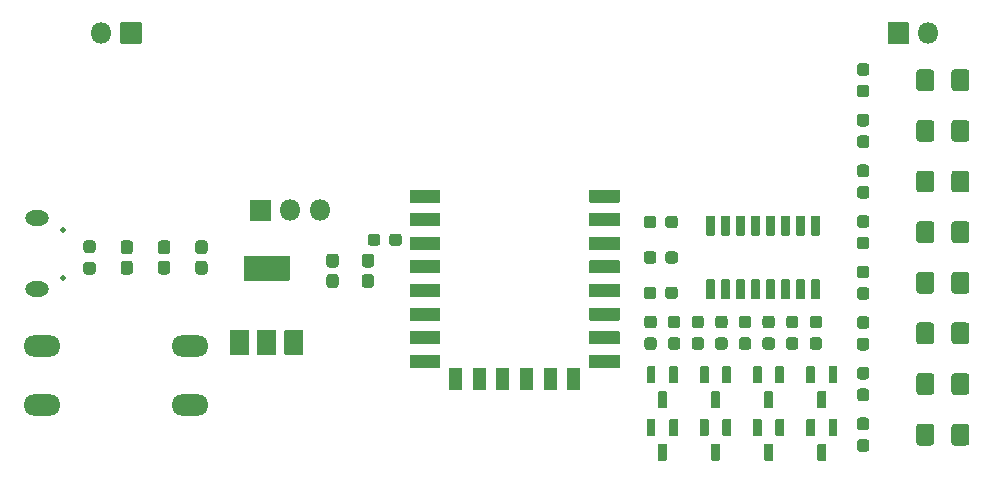
<source format=gbr>
G04 #@! TF.GenerationSoftware,KiCad,Pcbnew,5.1.9+dfsg1-1~bpo10+1*
G04 #@! TF.CreationDate,2021-05-29T21:01:30+02:00*
G04 #@! TF.ProjectId,esp_12e_traffic_monitor,6573705f-3132-4655-9f74-726166666963,C*
G04 #@! TF.SameCoordinates,Original*
G04 #@! TF.FileFunction,Soldermask,Top*
G04 #@! TF.FilePolarity,Negative*
%FSLAX46Y46*%
G04 Gerber Fmt 4.6, Leading zero omitted, Abs format (unit mm)*
G04 Created by KiCad (PCBNEW 5.1.9+dfsg1-1~bpo10+1) date 2021-05-29 21:01:30*
%MOMM*%
%LPD*%
G01*
G04 APERTURE LIST*
%ADD10O,1.802000X1.802000*%
%ADD11O,3.150000X1.829200*%
%ADD12O,2.002000X1.302000*%
%ADD13C,0.502000*%
G04 APERTURE END LIST*
G36*
G01*
X153700000Y-132280000D02*
X154300000Y-132280000D01*
G75*
G02*
X154370000Y-132350000I0J-70000D01*
G01*
X154370000Y-133650000D01*
G75*
G02*
X154300000Y-133720000I-70000J0D01*
G01*
X153700000Y-133720000D01*
G75*
G02*
X153630000Y-133650000I0J70000D01*
G01*
X153630000Y-132350000D01*
G75*
G02*
X153700000Y-132280000I70000J0D01*
G01*
G37*
G36*
G01*
X152750000Y-130180000D02*
X153350000Y-130180000D01*
G75*
G02*
X153420000Y-130250000I0J-70000D01*
G01*
X153420000Y-131550000D01*
G75*
G02*
X153350000Y-131620000I-70000J0D01*
G01*
X152750000Y-131620000D01*
G75*
G02*
X152680000Y-131550000I0J70000D01*
G01*
X152680000Y-130250000D01*
G75*
G02*
X152750000Y-130180000I70000J0D01*
G01*
G37*
G36*
G01*
X154650000Y-130180000D02*
X155250000Y-130180000D01*
G75*
G02*
X155320000Y-130250000I0J-70000D01*
G01*
X155320000Y-131550000D01*
G75*
G02*
X155250000Y-131620000I-70000J0D01*
G01*
X154650000Y-131620000D01*
G75*
G02*
X154580000Y-131550000I0J70000D01*
G01*
X154580000Y-130250000D01*
G75*
G02*
X154650000Y-130180000I70000J0D01*
G01*
G37*
G36*
G01*
X148685000Y-119975000D02*
X148685000Y-118425000D01*
G75*
G02*
X148755000Y-118355000I70000J0D01*
G01*
X149355000Y-118355000D01*
G75*
G02*
X149425000Y-118425000I0J-70000D01*
G01*
X149425000Y-119975000D01*
G75*
G02*
X149355000Y-120045000I-70000J0D01*
G01*
X148755000Y-120045000D01*
G75*
G02*
X148685000Y-119975000I0J70000D01*
G01*
G37*
G36*
G01*
X149955000Y-119975000D02*
X149955000Y-118425000D01*
G75*
G02*
X150025000Y-118355000I70000J0D01*
G01*
X150625000Y-118355000D01*
G75*
G02*
X150695000Y-118425000I0J-70000D01*
G01*
X150695000Y-119975000D01*
G75*
G02*
X150625000Y-120045000I-70000J0D01*
G01*
X150025000Y-120045000D01*
G75*
G02*
X149955000Y-119975000I0J70000D01*
G01*
G37*
G36*
G01*
X151225000Y-119975000D02*
X151225000Y-118425000D01*
G75*
G02*
X151295000Y-118355000I70000J0D01*
G01*
X151895000Y-118355000D01*
G75*
G02*
X151965000Y-118425000I0J-70000D01*
G01*
X151965000Y-119975000D01*
G75*
G02*
X151895000Y-120045000I-70000J0D01*
G01*
X151295000Y-120045000D01*
G75*
G02*
X151225000Y-119975000I0J70000D01*
G01*
G37*
G36*
G01*
X152495000Y-119975000D02*
X152495000Y-118425000D01*
G75*
G02*
X152565000Y-118355000I70000J0D01*
G01*
X153165000Y-118355000D01*
G75*
G02*
X153235000Y-118425000I0J-70000D01*
G01*
X153235000Y-119975000D01*
G75*
G02*
X153165000Y-120045000I-70000J0D01*
G01*
X152565000Y-120045000D01*
G75*
G02*
X152495000Y-119975000I0J70000D01*
G01*
G37*
G36*
G01*
X153765000Y-119975000D02*
X153765000Y-118425000D01*
G75*
G02*
X153835000Y-118355000I70000J0D01*
G01*
X154435000Y-118355000D01*
G75*
G02*
X154505000Y-118425000I0J-70000D01*
G01*
X154505000Y-119975000D01*
G75*
G02*
X154435000Y-120045000I-70000J0D01*
G01*
X153835000Y-120045000D01*
G75*
G02*
X153765000Y-119975000I0J70000D01*
G01*
G37*
G36*
G01*
X155035000Y-119975000D02*
X155035000Y-118425000D01*
G75*
G02*
X155105000Y-118355000I70000J0D01*
G01*
X155705000Y-118355000D01*
G75*
G02*
X155775000Y-118425000I0J-70000D01*
G01*
X155775000Y-119975000D01*
G75*
G02*
X155705000Y-120045000I-70000J0D01*
G01*
X155105000Y-120045000D01*
G75*
G02*
X155035000Y-119975000I0J70000D01*
G01*
G37*
G36*
G01*
X156305000Y-119975000D02*
X156305000Y-118425000D01*
G75*
G02*
X156375000Y-118355000I70000J0D01*
G01*
X156975000Y-118355000D01*
G75*
G02*
X157045000Y-118425000I0J-70000D01*
G01*
X157045000Y-119975000D01*
G75*
G02*
X156975000Y-120045000I-70000J0D01*
G01*
X156375000Y-120045000D01*
G75*
G02*
X156305000Y-119975000I0J70000D01*
G01*
G37*
G36*
G01*
X157575000Y-119975000D02*
X157575000Y-118425000D01*
G75*
G02*
X157645000Y-118355000I70000J0D01*
G01*
X158245000Y-118355000D01*
G75*
G02*
X158315000Y-118425000I0J-70000D01*
G01*
X158315000Y-119975000D01*
G75*
G02*
X158245000Y-120045000I-70000J0D01*
G01*
X157645000Y-120045000D01*
G75*
G02*
X157575000Y-119975000I0J70000D01*
G01*
G37*
G36*
G01*
X157575000Y-114575000D02*
X157575000Y-113025000D01*
G75*
G02*
X157645000Y-112955000I70000J0D01*
G01*
X158245000Y-112955000D01*
G75*
G02*
X158315000Y-113025000I0J-70000D01*
G01*
X158315000Y-114575000D01*
G75*
G02*
X158245000Y-114645000I-70000J0D01*
G01*
X157645000Y-114645000D01*
G75*
G02*
X157575000Y-114575000I0J70000D01*
G01*
G37*
G36*
G01*
X156305000Y-114575000D02*
X156305000Y-113025000D01*
G75*
G02*
X156375000Y-112955000I70000J0D01*
G01*
X156975000Y-112955000D01*
G75*
G02*
X157045000Y-113025000I0J-70000D01*
G01*
X157045000Y-114575000D01*
G75*
G02*
X156975000Y-114645000I-70000J0D01*
G01*
X156375000Y-114645000D01*
G75*
G02*
X156305000Y-114575000I0J70000D01*
G01*
G37*
G36*
G01*
X155035000Y-114575000D02*
X155035000Y-113025000D01*
G75*
G02*
X155105000Y-112955000I70000J0D01*
G01*
X155705000Y-112955000D01*
G75*
G02*
X155775000Y-113025000I0J-70000D01*
G01*
X155775000Y-114575000D01*
G75*
G02*
X155705000Y-114645000I-70000J0D01*
G01*
X155105000Y-114645000D01*
G75*
G02*
X155035000Y-114575000I0J70000D01*
G01*
G37*
G36*
G01*
X153765000Y-114575000D02*
X153765000Y-113025000D01*
G75*
G02*
X153835000Y-112955000I70000J0D01*
G01*
X154435000Y-112955000D01*
G75*
G02*
X154505000Y-113025000I0J-70000D01*
G01*
X154505000Y-114575000D01*
G75*
G02*
X154435000Y-114645000I-70000J0D01*
G01*
X153835000Y-114645000D01*
G75*
G02*
X153765000Y-114575000I0J70000D01*
G01*
G37*
G36*
G01*
X152495000Y-114575000D02*
X152495000Y-113025000D01*
G75*
G02*
X152565000Y-112955000I70000J0D01*
G01*
X153165000Y-112955000D01*
G75*
G02*
X153235000Y-113025000I0J-70000D01*
G01*
X153235000Y-114575000D01*
G75*
G02*
X153165000Y-114645000I-70000J0D01*
G01*
X152565000Y-114645000D01*
G75*
G02*
X152495000Y-114575000I0J70000D01*
G01*
G37*
G36*
G01*
X151225000Y-114575000D02*
X151225000Y-113025000D01*
G75*
G02*
X151295000Y-112955000I70000J0D01*
G01*
X151895000Y-112955000D01*
G75*
G02*
X151965000Y-113025000I0J-70000D01*
G01*
X151965000Y-114575000D01*
G75*
G02*
X151895000Y-114645000I-70000J0D01*
G01*
X151295000Y-114645000D01*
G75*
G02*
X151225000Y-114575000I0J70000D01*
G01*
G37*
G36*
G01*
X149955000Y-114575000D02*
X149955000Y-113025000D01*
G75*
G02*
X150025000Y-112955000I70000J0D01*
G01*
X150625000Y-112955000D01*
G75*
G02*
X150695000Y-113025000I0J-70000D01*
G01*
X150695000Y-114575000D01*
G75*
G02*
X150625000Y-114645000I-70000J0D01*
G01*
X150025000Y-114645000D01*
G75*
G02*
X149955000Y-114575000I0J70000D01*
G01*
G37*
G36*
G01*
X148685000Y-114575000D02*
X148685000Y-113025000D01*
G75*
G02*
X148755000Y-112955000I70000J0D01*
G01*
X149355000Y-112955000D01*
G75*
G02*
X149425000Y-113025000I0J-70000D01*
G01*
X149425000Y-114575000D01*
G75*
G02*
X149355000Y-114645000I-70000J0D01*
G01*
X148755000Y-114645000D01*
G75*
G02*
X148685000Y-114575000I0J70000D01*
G01*
G37*
G36*
G01*
X166499000Y-110729535D02*
X166499000Y-109413323D01*
G75*
G02*
X166766894Y-109145429I267894J0D01*
G01*
X167758106Y-109145429D01*
G75*
G02*
X168026000Y-109413323I0J-267894D01*
G01*
X168026000Y-110729535D01*
G75*
G02*
X167758106Y-110997429I-267894J0D01*
G01*
X166766894Y-110997429D01*
G75*
G02*
X166499000Y-110729535I0J267894D01*
G01*
G37*
G36*
G01*
X169474000Y-110729535D02*
X169474000Y-109413323D01*
G75*
G02*
X169741894Y-109145429I267894J0D01*
G01*
X170733106Y-109145429D01*
G75*
G02*
X171001000Y-109413323I0J-267894D01*
G01*
X171001000Y-110729535D01*
G75*
G02*
X170733106Y-110997429I-267894J0D01*
G01*
X169741894Y-110997429D01*
G75*
G02*
X169474000Y-110729535I0J267894D01*
G01*
G37*
G36*
G01*
X166499000Y-102158106D02*
X166499000Y-100841894D01*
G75*
G02*
X166766894Y-100574000I267894J0D01*
G01*
X167758106Y-100574000D01*
G75*
G02*
X168026000Y-100841894I0J-267894D01*
G01*
X168026000Y-102158106D01*
G75*
G02*
X167758106Y-102426000I-267894J0D01*
G01*
X166766894Y-102426000D01*
G75*
G02*
X166499000Y-102158106I0J267894D01*
G01*
G37*
G36*
G01*
X169474000Y-102158106D02*
X169474000Y-100841894D01*
G75*
G02*
X169741894Y-100574000I267894J0D01*
G01*
X170733106Y-100574000D01*
G75*
G02*
X171001000Y-100841894I0J-267894D01*
G01*
X171001000Y-102158106D01*
G75*
G02*
X170733106Y-102426000I-267894J0D01*
G01*
X169741894Y-102426000D01*
G75*
G02*
X169474000Y-102158106I0J267894D01*
G01*
G37*
G36*
G01*
X169474000Y-106443820D02*
X169474000Y-105127608D01*
G75*
G02*
X169741894Y-104859714I267894J0D01*
G01*
X170733106Y-104859714D01*
G75*
G02*
X171001000Y-105127608I0J-267894D01*
G01*
X171001000Y-106443820D01*
G75*
G02*
X170733106Y-106711714I-267894J0D01*
G01*
X169741894Y-106711714D01*
G75*
G02*
X169474000Y-106443820I0J267894D01*
G01*
G37*
G36*
G01*
X166499000Y-106443820D02*
X166499000Y-105127608D01*
G75*
G02*
X166766894Y-104859714I267894J0D01*
G01*
X167758106Y-104859714D01*
G75*
G02*
X168026000Y-105127608I0J-267894D01*
G01*
X168026000Y-106443820D01*
G75*
G02*
X167758106Y-106711714I-267894J0D01*
G01*
X166766894Y-106711714D01*
G75*
G02*
X166499000Y-106443820I0J267894D01*
G01*
G37*
G36*
G01*
X169474000Y-115015249D02*
X169474000Y-113699037D01*
G75*
G02*
X169741894Y-113431143I267894J0D01*
G01*
X170733106Y-113431143D01*
G75*
G02*
X171001000Y-113699037I0J-267894D01*
G01*
X171001000Y-115015249D01*
G75*
G02*
X170733106Y-115283143I-267894J0D01*
G01*
X169741894Y-115283143D01*
G75*
G02*
X169474000Y-115015249I0J267894D01*
G01*
G37*
G36*
G01*
X166499000Y-115015249D02*
X166499000Y-113699037D01*
G75*
G02*
X166766894Y-113431143I267894J0D01*
G01*
X167758106Y-113431143D01*
G75*
G02*
X168026000Y-113699037I0J-267894D01*
G01*
X168026000Y-115015249D01*
G75*
G02*
X167758106Y-115283143I-267894J0D01*
G01*
X166766894Y-115283143D01*
G75*
G02*
X166499000Y-115015249I0J267894D01*
G01*
G37*
G36*
G01*
X166499000Y-119300963D02*
X166499000Y-117984751D01*
G75*
G02*
X166766894Y-117716857I267894J0D01*
G01*
X167758106Y-117716857D01*
G75*
G02*
X168026000Y-117984751I0J-267894D01*
G01*
X168026000Y-119300963D01*
G75*
G02*
X167758106Y-119568857I-267894J0D01*
G01*
X166766894Y-119568857D01*
G75*
G02*
X166499000Y-119300963I0J267894D01*
G01*
G37*
G36*
G01*
X169474000Y-119300963D02*
X169474000Y-117984751D01*
G75*
G02*
X169741894Y-117716857I267894J0D01*
G01*
X170733106Y-117716857D01*
G75*
G02*
X171001000Y-117984751I0J-267894D01*
G01*
X171001000Y-119300963D01*
G75*
G02*
X170733106Y-119568857I-267894J0D01*
G01*
X169741894Y-119568857D01*
G75*
G02*
X169474000Y-119300963I0J267894D01*
G01*
G37*
G36*
G01*
X169474000Y-123586677D02*
X169474000Y-122270465D01*
G75*
G02*
X169741894Y-122002571I267894J0D01*
G01*
X170733106Y-122002571D01*
G75*
G02*
X171001000Y-122270465I0J-267894D01*
G01*
X171001000Y-123586677D01*
G75*
G02*
X170733106Y-123854571I-267894J0D01*
G01*
X169741894Y-123854571D01*
G75*
G02*
X169474000Y-123586677I0J267894D01*
G01*
G37*
G36*
G01*
X166499000Y-123586677D02*
X166499000Y-122270465D01*
G75*
G02*
X166766894Y-122002571I267894J0D01*
G01*
X167758106Y-122002571D01*
G75*
G02*
X168026000Y-122270465I0J-267894D01*
G01*
X168026000Y-123586677D01*
G75*
G02*
X167758106Y-123854571I-267894J0D01*
G01*
X166766894Y-123854571D01*
G75*
G02*
X166499000Y-123586677I0J267894D01*
G01*
G37*
G36*
G01*
X169474000Y-127872392D02*
X169474000Y-126556180D01*
G75*
G02*
X169741894Y-126288286I267894J0D01*
G01*
X170733106Y-126288286D01*
G75*
G02*
X171001000Y-126556180I0J-267894D01*
G01*
X171001000Y-127872392D01*
G75*
G02*
X170733106Y-128140286I-267894J0D01*
G01*
X169741894Y-128140286D01*
G75*
G02*
X169474000Y-127872392I0J267894D01*
G01*
G37*
G36*
G01*
X166499000Y-127872392D02*
X166499000Y-126556180D01*
G75*
G02*
X166766894Y-126288286I267894J0D01*
G01*
X167758106Y-126288286D01*
G75*
G02*
X168026000Y-126556180I0J-267894D01*
G01*
X168026000Y-127872392D01*
G75*
G02*
X167758106Y-128140286I-267894J0D01*
G01*
X166766894Y-128140286D01*
G75*
G02*
X166499000Y-127872392I0J267894D01*
G01*
G37*
G36*
G01*
X166499000Y-132158106D02*
X166499000Y-130841894D01*
G75*
G02*
X166766894Y-130574000I267894J0D01*
G01*
X167758106Y-130574000D01*
G75*
G02*
X168026000Y-130841894I0J-267894D01*
G01*
X168026000Y-132158106D01*
G75*
G02*
X167758106Y-132426000I-267894J0D01*
G01*
X166766894Y-132426000D01*
G75*
G02*
X166499000Y-132158106I0J267894D01*
G01*
G37*
G36*
G01*
X169474000Y-132158106D02*
X169474000Y-130841894D01*
G75*
G02*
X169741894Y-130574000I267894J0D01*
G01*
X170733106Y-130574000D01*
G75*
G02*
X171001000Y-130841894I0J-267894D01*
G01*
X171001000Y-132158106D01*
G75*
G02*
X170733106Y-132426000I-267894J0D01*
G01*
X169741894Y-132426000D01*
G75*
G02*
X169474000Y-132158106I0J267894D01*
G01*
G37*
G36*
G01*
X165830000Y-98401000D02*
X164130000Y-98401000D01*
G75*
G02*
X164079000Y-98350000I0J51000D01*
G01*
X164079000Y-96650000D01*
G75*
G02*
X164130000Y-96599000I51000J0D01*
G01*
X165830000Y-96599000D01*
G75*
G02*
X165881000Y-96650000I0J-51000D01*
G01*
X165881000Y-98350000D01*
G75*
G02*
X165830000Y-98401000I-51000J0D01*
G01*
G37*
D10*
X167520000Y-97500000D03*
G36*
G01*
X111810000Y-113401000D02*
X110110000Y-113401000D01*
G75*
G02*
X110059000Y-113350000I0J51000D01*
G01*
X110059000Y-111650000D01*
G75*
G02*
X110110000Y-111599000I51000J0D01*
G01*
X111810000Y-111599000D01*
G75*
G02*
X111861000Y-111650000I0J-51000D01*
G01*
X111861000Y-113350000D01*
G75*
G02*
X111810000Y-113401000I-51000J0D01*
G01*
G37*
X113500000Y-112500000D03*
X116040000Y-112500000D03*
X97480000Y-97500000D03*
G36*
G01*
X99170000Y-96599000D02*
X100870000Y-96599000D01*
G75*
G02*
X100921000Y-96650000I0J-51000D01*
G01*
X100921000Y-98350000D01*
G75*
G02*
X100870000Y-98401000I-51000J0D01*
G01*
X99170000Y-98401000D01*
G75*
G02*
X99119000Y-98350000I0J51000D01*
G01*
X99119000Y-96650000D01*
G75*
G02*
X99170000Y-96599000I51000J0D01*
G01*
G37*
G36*
G01*
X144700000Y-127830000D02*
X145300000Y-127830000D01*
G75*
G02*
X145370000Y-127900000I0J-70000D01*
G01*
X145370000Y-129200000D01*
G75*
G02*
X145300000Y-129270000I-70000J0D01*
G01*
X144700000Y-129270000D01*
G75*
G02*
X144630000Y-129200000I0J70000D01*
G01*
X144630000Y-127900000D01*
G75*
G02*
X144700000Y-127830000I70000J0D01*
G01*
G37*
G36*
G01*
X143750000Y-125730000D02*
X144350000Y-125730000D01*
G75*
G02*
X144420000Y-125800000I0J-70000D01*
G01*
X144420000Y-127100000D01*
G75*
G02*
X144350000Y-127170000I-70000J0D01*
G01*
X143750000Y-127170000D01*
G75*
G02*
X143680000Y-127100000I0J70000D01*
G01*
X143680000Y-125800000D01*
G75*
G02*
X143750000Y-125730000I70000J0D01*
G01*
G37*
G36*
G01*
X145650000Y-125730000D02*
X146250000Y-125730000D01*
G75*
G02*
X146320000Y-125800000I0J-70000D01*
G01*
X146320000Y-127100000D01*
G75*
G02*
X146250000Y-127170000I-70000J0D01*
G01*
X145650000Y-127170000D01*
G75*
G02*
X145580000Y-127100000I0J70000D01*
G01*
X145580000Y-125800000D01*
G75*
G02*
X145650000Y-125730000I70000J0D01*
G01*
G37*
G36*
G01*
X150150000Y-125730000D02*
X150750000Y-125730000D01*
G75*
G02*
X150820000Y-125800000I0J-70000D01*
G01*
X150820000Y-127100000D01*
G75*
G02*
X150750000Y-127170000I-70000J0D01*
G01*
X150150000Y-127170000D01*
G75*
G02*
X150080000Y-127100000I0J70000D01*
G01*
X150080000Y-125800000D01*
G75*
G02*
X150150000Y-125730000I70000J0D01*
G01*
G37*
G36*
G01*
X148250000Y-125730000D02*
X148850000Y-125730000D01*
G75*
G02*
X148920000Y-125800000I0J-70000D01*
G01*
X148920000Y-127100000D01*
G75*
G02*
X148850000Y-127170000I-70000J0D01*
G01*
X148250000Y-127170000D01*
G75*
G02*
X148180000Y-127100000I0J70000D01*
G01*
X148180000Y-125800000D01*
G75*
G02*
X148250000Y-125730000I70000J0D01*
G01*
G37*
G36*
G01*
X149200000Y-127830000D02*
X149800000Y-127830000D01*
G75*
G02*
X149870000Y-127900000I0J-70000D01*
G01*
X149870000Y-129200000D01*
G75*
G02*
X149800000Y-129270000I-70000J0D01*
G01*
X149200000Y-129270000D01*
G75*
G02*
X149130000Y-129200000I0J70000D01*
G01*
X149130000Y-127900000D01*
G75*
G02*
X149200000Y-127830000I70000J0D01*
G01*
G37*
G36*
G01*
X153700000Y-127830000D02*
X154300000Y-127830000D01*
G75*
G02*
X154370000Y-127900000I0J-70000D01*
G01*
X154370000Y-129200000D01*
G75*
G02*
X154300000Y-129270000I-70000J0D01*
G01*
X153700000Y-129270000D01*
G75*
G02*
X153630000Y-129200000I0J70000D01*
G01*
X153630000Y-127900000D01*
G75*
G02*
X153700000Y-127830000I70000J0D01*
G01*
G37*
G36*
G01*
X152750000Y-125730000D02*
X153350000Y-125730000D01*
G75*
G02*
X153420000Y-125800000I0J-70000D01*
G01*
X153420000Y-127100000D01*
G75*
G02*
X153350000Y-127170000I-70000J0D01*
G01*
X152750000Y-127170000D01*
G75*
G02*
X152680000Y-127100000I0J70000D01*
G01*
X152680000Y-125800000D01*
G75*
G02*
X152750000Y-125730000I70000J0D01*
G01*
G37*
G36*
G01*
X154650000Y-125730000D02*
X155250000Y-125730000D01*
G75*
G02*
X155320000Y-125800000I0J-70000D01*
G01*
X155320000Y-127100000D01*
G75*
G02*
X155250000Y-127170000I-70000J0D01*
G01*
X154650000Y-127170000D01*
G75*
G02*
X154580000Y-127100000I0J70000D01*
G01*
X154580000Y-125800000D01*
G75*
G02*
X154650000Y-125730000I70000J0D01*
G01*
G37*
G36*
G01*
X159150000Y-125730000D02*
X159750000Y-125730000D01*
G75*
G02*
X159820000Y-125800000I0J-70000D01*
G01*
X159820000Y-127100000D01*
G75*
G02*
X159750000Y-127170000I-70000J0D01*
G01*
X159150000Y-127170000D01*
G75*
G02*
X159080000Y-127100000I0J70000D01*
G01*
X159080000Y-125800000D01*
G75*
G02*
X159150000Y-125730000I70000J0D01*
G01*
G37*
G36*
G01*
X157250000Y-125730000D02*
X157850000Y-125730000D01*
G75*
G02*
X157920000Y-125800000I0J-70000D01*
G01*
X157920000Y-127100000D01*
G75*
G02*
X157850000Y-127170000I-70000J0D01*
G01*
X157250000Y-127170000D01*
G75*
G02*
X157180000Y-127100000I0J70000D01*
G01*
X157180000Y-125800000D01*
G75*
G02*
X157250000Y-125730000I70000J0D01*
G01*
G37*
G36*
G01*
X158200000Y-127830000D02*
X158800000Y-127830000D01*
G75*
G02*
X158870000Y-127900000I0J-70000D01*
G01*
X158870000Y-129200000D01*
G75*
G02*
X158800000Y-129270000I-70000J0D01*
G01*
X158200000Y-129270000D01*
G75*
G02*
X158130000Y-129200000I0J70000D01*
G01*
X158130000Y-127900000D01*
G75*
G02*
X158200000Y-127830000I70000J0D01*
G01*
G37*
G36*
G01*
X145650000Y-130180000D02*
X146250000Y-130180000D01*
G75*
G02*
X146320000Y-130250000I0J-70000D01*
G01*
X146320000Y-131550000D01*
G75*
G02*
X146250000Y-131620000I-70000J0D01*
G01*
X145650000Y-131620000D01*
G75*
G02*
X145580000Y-131550000I0J70000D01*
G01*
X145580000Y-130250000D01*
G75*
G02*
X145650000Y-130180000I70000J0D01*
G01*
G37*
G36*
G01*
X143750000Y-130180000D02*
X144350000Y-130180000D01*
G75*
G02*
X144420000Y-130250000I0J-70000D01*
G01*
X144420000Y-131550000D01*
G75*
G02*
X144350000Y-131620000I-70000J0D01*
G01*
X143750000Y-131620000D01*
G75*
G02*
X143680000Y-131550000I0J70000D01*
G01*
X143680000Y-130250000D01*
G75*
G02*
X143750000Y-130180000I70000J0D01*
G01*
G37*
G36*
G01*
X144700000Y-132280000D02*
X145300000Y-132280000D01*
G75*
G02*
X145370000Y-132350000I0J-70000D01*
G01*
X145370000Y-133650000D01*
G75*
G02*
X145300000Y-133720000I-70000J0D01*
G01*
X144700000Y-133720000D01*
G75*
G02*
X144630000Y-133650000I0J70000D01*
G01*
X144630000Y-132350000D01*
G75*
G02*
X144700000Y-132280000I70000J0D01*
G01*
G37*
G36*
G01*
X150150000Y-130180000D02*
X150750000Y-130180000D01*
G75*
G02*
X150820000Y-130250000I0J-70000D01*
G01*
X150820000Y-131550000D01*
G75*
G02*
X150750000Y-131620000I-70000J0D01*
G01*
X150150000Y-131620000D01*
G75*
G02*
X150080000Y-131550000I0J70000D01*
G01*
X150080000Y-130250000D01*
G75*
G02*
X150150000Y-130180000I70000J0D01*
G01*
G37*
G36*
G01*
X148250000Y-130180000D02*
X148850000Y-130180000D01*
G75*
G02*
X148920000Y-130250000I0J-70000D01*
G01*
X148920000Y-131550000D01*
G75*
G02*
X148850000Y-131620000I-70000J0D01*
G01*
X148250000Y-131620000D01*
G75*
G02*
X148180000Y-131550000I0J70000D01*
G01*
X148180000Y-130250000D01*
G75*
G02*
X148250000Y-130180000I70000J0D01*
G01*
G37*
G36*
G01*
X149200000Y-132280000D02*
X149800000Y-132280000D01*
G75*
G02*
X149870000Y-132350000I0J-70000D01*
G01*
X149870000Y-133650000D01*
G75*
G02*
X149800000Y-133720000I-70000J0D01*
G01*
X149200000Y-133720000D01*
G75*
G02*
X149130000Y-133650000I0J70000D01*
G01*
X149130000Y-132350000D01*
G75*
G02*
X149200000Y-132280000I70000J0D01*
G01*
G37*
G36*
G01*
X158200000Y-132280000D02*
X158800000Y-132280000D01*
G75*
G02*
X158870000Y-132350000I0J-70000D01*
G01*
X158870000Y-133650000D01*
G75*
G02*
X158800000Y-133720000I-70000J0D01*
G01*
X158200000Y-133720000D01*
G75*
G02*
X158130000Y-133650000I0J70000D01*
G01*
X158130000Y-132350000D01*
G75*
G02*
X158200000Y-132280000I70000J0D01*
G01*
G37*
G36*
G01*
X157250000Y-130180000D02*
X157850000Y-130180000D01*
G75*
G02*
X157920000Y-130250000I0J-70000D01*
G01*
X157920000Y-131550000D01*
G75*
G02*
X157850000Y-131620000I-70000J0D01*
G01*
X157250000Y-131620000D01*
G75*
G02*
X157180000Y-131550000I0J70000D01*
G01*
X157180000Y-130250000D01*
G75*
G02*
X157250000Y-130180000I70000J0D01*
G01*
G37*
G36*
G01*
X159150000Y-130180000D02*
X159750000Y-130180000D01*
G75*
G02*
X159820000Y-130250000I0J-70000D01*
G01*
X159820000Y-131550000D01*
G75*
G02*
X159750000Y-131620000I-70000J0D01*
G01*
X159150000Y-131620000D01*
G75*
G02*
X159080000Y-131550000I0J70000D01*
G01*
X159080000Y-130250000D01*
G75*
G02*
X159150000Y-130180000I70000J0D01*
G01*
G37*
D11*
X105000000Y-124000000D03*
X105000000Y-129000000D03*
X92500000Y-124000000D03*
X92500000Y-129000000D03*
G36*
G01*
X113400000Y-118451000D02*
X109600000Y-118451000D01*
G75*
G02*
X109549000Y-118400000I0J51000D01*
G01*
X109549000Y-116400000D01*
G75*
G02*
X109600000Y-116349000I51000J0D01*
G01*
X113400000Y-116349000D01*
G75*
G02*
X113451000Y-116400000I0J-51000D01*
G01*
X113451000Y-118400000D01*
G75*
G02*
X113400000Y-118451000I-51000J0D01*
G01*
G37*
G36*
G01*
X112250000Y-124751000D02*
X110750000Y-124751000D01*
G75*
G02*
X110699000Y-124700000I0J51000D01*
G01*
X110699000Y-122700000D01*
G75*
G02*
X110750000Y-122649000I51000J0D01*
G01*
X112250000Y-122649000D01*
G75*
G02*
X112301000Y-122700000I0J-51000D01*
G01*
X112301000Y-124700000D01*
G75*
G02*
X112250000Y-124751000I-51000J0D01*
G01*
G37*
G36*
G01*
X114550000Y-124751000D02*
X113050000Y-124751000D01*
G75*
G02*
X112999000Y-124700000I0J51000D01*
G01*
X112999000Y-122700000D01*
G75*
G02*
X113050000Y-122649000I51000J0D01*
G01*
X114550000Y-122649000D01*
G75*
G02*
X114601000Y-122700000I0J-51000D01*
G01*
X114601000Y-124700000D01*
G75*
G02*
X114550000Y-124751000I-51000J0D01*
G01*
G37*
G36*
G01*
X109950000Y-124751000D02*
X108450000Y-124751000D01*
G75*
G02*
X108399000Y-124700000I0J51000D01*
G01*
X108399000Y-122700000D01*
G75*
G02*
X108450000Y-122649000I51000J0D01*
G01*
X109950000Y-122649000D01*
G75*
G02*
X110001000Y-122700000I0J-51000D01*
G01*
X110001000Y-124700000D01*
G75*
G02*
X109950000Y-124751000I-51000J0D01*
G01*
G37*
G36*
G01*
X123599000Y-111800000D02*
X123599000Y-110800000D01*
G75*
G02*
X123650000Y-110749000I51000J0D01*
G01*
X126150000Y-110749000D01*
G75*
G02*
X126201000Y-110800000I0J-51000D01*
G01*
X126201000Y-111800000D01*
G75*
G02*
X126150000Y-111851000I-51000J0D01*
G01*
X123650000Y-111851000D01*
G75*
G02*
X123599000Y-111800000I0J51000D01*
G01*
G37*
G36*
G01*
X123599000Y-113800000D02*
X123599000Y-112800000D01*
G75*
G02*
X123650000Y-112749000I51000J0D01*
G01*
X126150000Y-112749000D01*
G75*
G02*
X126201000Y-112800000I0J-51000D01*
G01*
X126201000Y-113800000D01*
G75*
G02*
X126150000Y-113851000I-51000J0D01*
G01*
X123650000Y-113851000D01*
G75*
G02*
X123599000Y-113800000I0J51000D01*
G01*
G37*
G36*
G01*
X123599000Y-115800000D02*
X123599000Y-114800000D01*
G75*
G02*
X123650000Y-114749000I51000J0D01*
G01*
X126150000Y-114749000D01*
G75*
G02*
X126201000Y-114800000I0J-51000D01*
G01*
X126201000Y-115800000D01*
G75*
G02*
X126150000Y-115851000I-51000J0D01*
G01*
X123650000Y-115851000D01*
G75*
G02*
X123599000Y-115800000I0J51000D01*
G01*
G37*
G36*
G01*
X123599000Y-117800000D02*
X123599000Y-116800000D01*
G75*
G02*
X123650000Y-116749000I51000J0D01*
G01*
X126150000Y-116749000D01*
G75*
G02*
X126201000Y-116800000I0J-51000D01*
G01*
X126201000Y-117800000D01*
G75*
G02*
X126150000Y-117851000I-51000J0D01*
G01*
X123650000Y-117851000D01*
G75*
G02*
X123599000Y-117800000I0J51000D01*
G01*
G37*
G36*
G01*
X123599000Y-119800000D02*
X123599000Y-118800000D01*
G75*
G02*
X123650000Y-118749000I51000J0D01*
G01*
X126150000Y-118749000D01*
G75*
G02*
X126201000Y-118800000I0J-51000D01*
G01*
X126201000Y-119800000D01*
G75*
G02*
X126150000Y-119851000I-51000J0D01*
G01*
X123650000Y-119851000D01*
G75*
G02*
X123599000Y-119800000I0J51000D01*
G01*
G37*
G36*
G01*
X123599000Y-121800000D02*
X123599000Y-120800000D01*
G75*
G02*
X123650000Y-120749000I51000J0D01*
G01*
X126150000Y-120749000D01*
G75*
G02*
X126201000Y-120800000I0J-51000D01*
G01*
X126201000Y-121800000D01*
G75*
G02*
X126150000Y-121851000I-51000J0D01*
G01*
X123650000Y-121851000D01*
G75*
G02*
X123599000Y-121800000I0J51000D01*
G01*
G37*
G36*
G01*
X123599000Y-123800000D02*
X123599000Y-122800000D01*
G75*
G02*
X123650000Y-122749000I51000J0D01*
G01*
X126150000Y-122749000D01*
G75*
G02*
X126201000Y-122800000I0J-51000D01*
G01*
X126201000Y-123800000D01*
G75*
G02*
X126150000Y-123851000I-51000J0D01*
G01*
X123650000Y-123851000D01*
G75*
G02*
X123599000Y-123800000I0J51000D01*
G01*
G37*
G36*
G01*
X123599000Y-125800000D02*
X123599000Y-124800000D01*
G75*
G02*
X123650000Y-124749000I51000J0D01*
G01*
X126150000Y-124749000D01*
G75*
G02*
X126201000Y-124800000I0J-51000D01*
G01*
X126201000Y-125800000D01*
G75*
G02*
X126150000Y-125851000I-51000J0D01*
G01*
X123650000Y-125851000D01*
G75*
G02*
X123599000Y-125800000I0J51000D01*
G01*
G37*
G36*
G01*
X126949000Y-127700000D02*
X126949000Y-125900000D01*
G75*
G02*
X127000000Y-125849000I51000J0D01*
G01*
X128000000Y-125849000D01*
G75*
G02*
X128051000Y-125900000I0J-51000D01*
G01*
X128051000Y-127700000D01*
G75*
G02*
X128000000Y-127751000I-51000J0D01*
G01*
X127000000Y-127751000D01*
G75*
G02*
X126949000Y-127700000I0J51000D01*
G01*
G37*
G36*
G01*
X128949000Y-127700000D02*
X128949000Y-125900000D01*
G75*
G02*
X129000000Y-125849000I51000J0D01*
G01*
X130000000Y-125849000D01*
G75*
G02*
X130051000Y-125900000I0J-51000D01*
G01*
X130051000Y-127700000D01*
G75*
G02*
X130000000Y-127751000I-51000J0D01*
G01*
X129000000Y-127751000D01*
G75*
G02*
X128949000Y-127700000I0J51000D01*
G01*
G37*
G36*
G01*
X130949000Y-127700000D02*
X130949000Y-125900000D01*
G75*
G02*
X131000000Y-125849000I51000J0D01*
G01*
X132000000Y-125849000D01*
G75*
G02*
X132051000Y-125900000I0J-51000D01*
G01*
X132051000Y-127700000D01*
G75*
G02*
X132000000Y-127751000I-51000J0D01*
G01*
X131000000Y-127751000D01*
G75*
G02*
X130949000Y-127700000I0J51000D01*
G01*
G37*
G36*
G01*
X132949000Y-127700000D02*
X132949000Y-125900000D01*
G75*
G02*
X133000000Y-125849000I51000J0D01*
G01*
X134000000Y-125849000D01*
G75*
G02*
X134051000Y-125900000I0J-51000D01*
G01*
X134051000Y-127700000D01*
G75*
G02*
X134000000Y-127751000I-51000J0D01*
G01*
X133000000Y-127751000D01*
G75*
G02*
X132949000Y-127700000I0J51000D01*
G01*
G37*
G36*
G01*
X134949000Y-127700000D02*
X134949000Y-125900000D01*
G75*
G02*
X135000000Y-125849000I51000J0D01*
G01*
X136000000Y-125849000D01*
G75*
G02*
X136051000Y-125900000I0J-51000D01*
G01*
X136051000Y-127700000D01*
G75*
G02*
X136000000Y-127751000I-51000J0D01*
G01*
X135000000Y-127751000D01*
G75*
G02*
X134949000Y-127700000I0J51000D01*
G01*
G37*
G36*
G01*
X136949000Y-127700000D02*
X136949000Y-125900000D01*
G75*
G02*
X137000000Y-125849000I51000J0D01*
G01*
X138000000Y-125849000D01*
G75*
G02*
X138051000Y-125900000I0J-51000D01*
G01*
X138051000Y-127700000D01*
G75*
G02*
X138000000Y-127751000I-51000J0D01*
G01*
X137000000Y-127751000D01*
G75*
G02*
X136949000Y-127700000I0J51000D01*
G01*
G37*
G36*
G01*
X138799000Y-125800000D02*
X138799000Y-124800000D01*
G75*
G02*
X138850000Y-124749000I51000J0D01*
G01*
X141350000Y-124749000D01*
G75*
G02*
X141401000Y-124800000I0J-51000D01*
G01*
X141401000Y-125800000D01*
G75*
G02*
X141350000Y-125851000I-51000J0D01*
G01*
X138850000Y-125851000D01*
G75*
G02*
X138799000Y-125800000I0J51000D01*
G01*
G37*
G36*
G01*
X138799000Y-123800000D02*
X138799000Y-122800000D01*
G75*
G02*
X138850000Y-122749000I51000J0D01*
G01*
X141350000Y-122749000D01*
G75*
G02*
X141401000Y-122800000I0J-51000D01*
G01*
X141401000Y-123800000D01*
G75*
G02*
X141350000Y-123851000I-51000J0D01*
G01*
X138850000Y-123851000D01*
G75*
G02*
X138799000Y-123800000I0J51000D01*
G01*
G37*
G36*
G01*
X138799000Y-121800000D02*
X138799000Y-120800000D01*
G75*
G02*
X138850000Y-120749000I51000J0D01*
G01*
X141350000Y-120749000D01*
G75*
G02*
X141401000Y-120800000I0J-51000D01*
G01*
X141401000Y-121800000D01*
G75*
G02*
X141350000Y-121851000I-51000J0D01*
G01*
X138850000Y-121851000D01*
G75*
G02*
X138799000Y-121800000I0J51000D01*
G01*
G37*
G36*
G01*
X138799000Y-119800000D02*
X138799000Y-118800000D01*
G75*
G02*
X138850000Y-118749000I51000J0D01*
G01*
X141350000Y-118749000D01*
G75*
G02*
X141401000Y-118800000I0J-51000D01*
G01*
X141401000Y-119800000D01*
G75*
G02*
X141350000Y-119851000I-51000J0D01*
G01*
X138850000Y-119851000D01*
G75*
G02*
X138799000Y-119800000I0J51000D01*
G01*
G37*
G36*
G01*
X138799000Y-117800000D02*
X138799000Y-116800000D01*
G75*
G02*
X138850000Y-116749000I51000J0D01*
G01*
X141350000Y-116749000D01*
G75*
G02*
X141401000Y-116800000I0J-51000D01*
G01*
X141401000Y-117800000D01*
G75*
G02*
X141350000Y-117851000I-51000J0D01*
G01*
X138850000Y-117851000D01*
G75*
G02*
X138799000Y-117800000I0J51000D01*
G01*
G37*
G36*
G01*
X138799000Y-115800000D02*
X138799000Y-114800000D01*
G75*
G02*
X138850000Y-114749000I51000J0D01*
G01*
X141350000Y-114749000D01*
G75*
G02*
X141401000Y-114800000I0J-51000D01*
G01*
X141401000Y-115800000D01*
G75*
G02*
X141350000Y-115851000I-51000J0D01*
G01*
X138850000Y-115851000D01*
G75*
G02*
X138799000Y-115800000I0J51000D01*
G01*
G37*
G36*
G01*
X138799000Y-113800000D02*
X138799000Y-112800000D01*
G75*
G02*
X138850000Y-112749000I51000J0D01*
G01*
X141350000Y-112749000D01*
G75*
G02*
X141401000Y-112800000I0J-51000D01*
G01*
X141401000Y-113800000D01*
G75*
G02*
X141350000Y-113851000I-51000J0D01*
G01*
X138850000Y-113851000D01*
G75*
G02*
X138799000Y-113800000I0J51000D01*
G01*
G37*
G36*
G01*
X138799000Y-111800000D02*
X138799000Y-110800000D01*
G75*
G02*
X138850000Y-110749000I51000J0D01*
G01*
X141350000Y-110749000D01*
G75*
G02*
X141401000Y-110800000I0J-51000D01*
G01*
X141401000Y-111800000D01*
G75*
G02*
X141350000Y-111851000I-51000J0D01*
G01*
X138850000Y-111851000D01*
G75*
G02*
X138799000Y-111800000I0J51000D01*
G01*
G37*
G36*
G01*
X102553666Y-116774000D02*
X103079666Y-116774000D01*
G75*
G02*
X103342666Y-117037000I0J-263000D01*
G01*
X103342666Y-117688000D01*
G75*
G02*
X103079666Y-117951000I-263000J0D01*
G01*
X102553666Y-117951000D01*
G75*
G02*
X102290666Y-117688000I0J263000D01*
G01*
X102290666Y-117037000D01*
G75*
G02*
X102553666Y-116774000I263000J0D01*
G01*
G37*
G36*
G01*
X102553666Y-115049000D02*
X103079666Y-115049000D01*
G75*
G02*
X103342666Y-115312000I0J-263000D01*
G01*
X103342666Y-115963000D01*
G75*
G02*
X103079666Y-116226000I-263000J0D01*
G01*
X102553666Y-116226000D01*
G75*
G02*
X102290666Y-115963000I0J263000D01*
G01*
X102290666Y-115312000D01*
G75*
G02*
X102553666Y-115049000I263000J0D01*
G01*
G37*
G36*
G01*
X105712000Y-115049000D02*
X106238000Y-115049000D01*
G75*
G02*
X106501000Y-115312000I0J-263000D01*
G01*
X106501000Y-115963000D01*
G75*
G02*
X106238000Y-116226000I-263000J0D01*
G01*
X105712000Y-116226000D01*
G75*
G02*
X105449000Y-115963000I0J263000D01*
G01*
X105449000Y-115312000D01*
G75*
G02*
X105712000Y-115049000I263000J0D01*
G01*
G37*
G36*
G01*
X105712000Y-116774000D02*
X106238000Y-116774000D01*
G75*
G02*
X106501000Y-117037000I0J-263000D01*
G01*
X106501000Y-117688000D01*
G75*
G02*
X106238000Y-117951000I-263000J0D01*
G01*
X105712000Y-117951000D01*
G75*
G02*
X105449000Y-117688000I0J263000D01*
G01*
X105449000Y-117037000D01*
G75*
G02*
X105712000Y-116774000I263000J0D01*
G01*
G37*
G36*
G01*
X116812000Y-116174000D02*
X117338000Y-116174000D01*
G75*
G02*
X117601000Y-116437000I0J-263000D01*
G01*
X117601000Y-117088000D01*
G75*
G02*
X117338000Y-117351000I-263000J0D01*
G01*
X116812000Y-117351000D01*
G75*
G02*
X116549000Y-117088000I0J263000D01*
G01*
X116549000Y-116437000D01*
G75*
G02*
X116812000Y-116174000I263000J0D01*
G01*
G37*
G36*
G01*
X116812000Y-117899000D02*
X117338000Y-117899000D01*
G75*
G02*
X117601000Y-118162000I0J-263000D01*
G01*
X117601000Y-118813000D01*
G75*
G02*
X117338000Y-119076000I-263000J0D01*
G01*
X116812000Y-119076000D01*
G75*
G02*
X116549000Y-118813000I0J263000D01*
G01*
X116549000Y-118162000D01*
G75*
G02*
X116812000Y-117899000I263000J0D01*
G01*
G37*
G36*
G01*
X119812000Y-117899000D02*
X120338000Y-117899000D01*
G75*
G02*
X120601000Y-118162000I0J-263000D01*
G01*
X120601000Y-118813000D01*
G75*
G02*
X120338000Y-119076000I-263000J0D01*
G01*
X119812000Y-119076000D01*
G75*
G02*
X119549000Y-118813000I0J263000D01*
G01*
X119549000Y-118162000D01*
G75*
G02*
X119812000Y-117899000I263000J0D01*
G01*
G37*
G36*
G01*
X119812000Y-116174000D02*
X120338000Y-116174000D01*
G75*
G02*
X120601000Y-116437000I0J-263000D01*
G01*
X120601000Y-117088000D01*
G75*
G02*
X120338000Y-117351000I-263000J0D01*
G01*
X119812000Y-117351000D01*
G75*
G02*
X119549000Y-117088000I0J263000D01*
G01*
X119549000Y-116437000D01*
G75*
G02*
X119812000Y-116174000I263000J0D01*
G01*
G37*
G36*
G01*
X99921333Y-117951000D02*
X99395333Y-117951000D01*
G75*
G02*
X99132333Y-117688000I0J263000D01*
G01*
X99132333Y-117037000D01*
G75*
G02*
X99395333Y-116774000I263000J0D01*
G01*
X99921333Y-116774000D01*
G75*
G02*
X100184333Y-117037000I0J-263000D01*
G01*
X100184333Y-117688000D01*
G75*
G02*
X99921333Y-117951000I-263000J0D01*
G01*
G37*
G36*
G01*
X99921333Y-116226000D02*
X99395333Y-116226000D01*
G75*
G02*
X99132333Y-115963000I0J263000D01*
G01*
X99132333Y-115312000D01*
G75*
G02*
X99395333Y-115049000I263000J0D01*
G01*
X99921333Y-115049000D01*
G75*
G02*
X100184333Y-115312000I0J-263000D01*
G01*
X100184333Y-115963000D01*
G75*
G02*
X99921333Y-116226000I-263000J0D01*
G01*
G37*
D12*
X92062500Y-113200000D03*
X92062500Y-119200000D03*
D13*
X94262500Y-114200000D03*
X94262500Y-118200000D03*
G36*
G01*
X146326000Y-113237000D02*
X146326000Y-113763000D01*
G75*
G02*
X146063000Y-114026000I-263000J0D01*
G01*
X145512000Y-114026000D01*
G75*
G02*
X145249000Y-113763000I0J263000D01*
G01*
X145249000Y-113237000D01*
G75*
G02*
X145512000Y-112974000I263000J0D01*
G01*
X146063000Y-112974000D01*
G75*
G02*
X146326000Y-113237000I0J-263000D01*
G01*
G37*
G36*
G01*
X144501000Y-113237000D02*
X144501000Y-113763000D01*
G75*
G02*
X144238000Y-114026000I-263000J0D01*
G01*
X143687000Y-114026000D01*
G75*
G02*
X143424000Y-113763000I0J263000D01*
G01*
X143424000Y-113237000D01*
G75*
G02*
X143687000Y-112974000I263000J0D01*
G01*
X144238000Y-112974000D01*
G75*
G02*
X144501000Y-113237000I0J-263000D01*
G01*
G37*
G36*
G01*
X146326000Y-116237000D02*
X146326000Y-116763000D01*
G75*
G02*
X146063000Y-117026000I-263000J0D01*
G01*
X145512000Y-117026000D01*
G75*
G02*
X145249000Y-116763000I0J263000D01*
G01*
X145249000Y-116237000D01*
G75*
G02*
X145512000Y-115974000I263000J0D01*
G01*
X146063000Y-115974000D01*
G75*
G02*
X146326000Y-116237000I0J-263000D01*
G01*
G37*
G36*
G01*
X144501000Y-116237000D02*
X144501000Y-116763000D01*
G75*
G02*
X144238000Y-117026000I-263000J0D01*
G01*
X143687000Y-117026000D01*
G75*
G02*
X143424000Y-116763000I0J263000D01*
G01*
X143424000Y-116237000D01*
G75*
G02*
X143687000Y-115974000I263000J0D01*
G01*
X144238000Y-115974000D01*
G75*
G02*
X144501000Y-116237000I0J-263000D01*
G01*
G37*
G36*
G01*
X120049000Y-115263000D02*
X120049000Y-114737000D01*
G75*
G02*
X120312000Y-114474000I263000J0D01*
G01*
X120863000Y-114474000D01*
G75*
G02*
X121126000Y-114737000I0J-263000D01*
G01*
X121126000Y-115263000D01*
G75*
G02*
X120863000Y-115526000I-263000J0D01*
G01*
X120312000Y-115526000D01*
G75*
G02*
X120049000Y-115263000I0J263000D01*
G01*
G37*
G36*
G01*
X121874000Y-115263000D02*
X121874000Y-114737000D01*
G75*
G02*
X122137000Y-114474000I263000J0D01*
G01*
X122688000Y-114474000D01*
G75*
G02*
X122951000Y-114737000I0J-263000D01*
G01*
X122951000Y-115263000D01*
G75*
G02*
X122688000Y-115526000I-263000J0D01*
G01*
X122137000Y-115526000D01*
G75*
G02*
X121874000Y-115263000I0J263000D01*
G01*
G37*
G36*
G01*
X96237000Y-116874000D02*
X96763000Y-116874000D01*
G75*
G02*
X97026000Y-117137000I0J-263000D01*
G01*
X97026000Y-117688000D01*
G75*
G02*
X96763000Y-117951000I-263000J0D01*
G01*
X96237000Y-117951000D01*
G75*
G02*
X95974000Y-117688000I0J263000D01*
G01*
X95974000Y-117137000D01*
G75*
G02*
X96237000Y-116874000I263000J0D01*
G01*
G37*
G36*
G01*
X96237000Y-115049000D02*
X96763000Y-115049000D01*
G75*
G02*
X97026000Y-115312000I0J-263000D01*
G01*
X97026000Y-115863000D01*
G75*
G02*
X96763000Y-116126000I-263000J0D01*
G01*
X96237000Y-116126000D01*
G75*
G02*
X95974000Y-115863000I0J263000D01*
G01*
X95974000Y-115312000D01*
G75*
G02*
X96237000Y-115049000I263000J0D01*
G01*
G37*
G36*
G01*
X144501000Y-119237000D02*
X144501000Y-119763000D01*
G75*
G02*
X144238000Y-120026000I-263000J0D01*
G01*
X143687000Y-120026000D01*
G75*
G02*
X143424000Y-119763000I0J263000D01*
G01*
X143424000Y-119237000D01*
G75*
G02*
X143687000Y-118974000I263000J0D01*
G01*
X144238000Y-118974000D01*
G75*
G02*
X144501000Y-119237000I0J-263000D01*
G01*
G37*
G36*
G01*
X146326000Y-119237000D02*
X146326000Y-119763000D01*
G75*
G02*
X146063000Y-120026000I-263000J0D01*
G01*
X145512000Y-120026000D01*
G75*
G02*
X145249000Y-119763000I0J263000D01*
G01*
X145249000Y-119237000D01*
G75*
G02*
X145512000Y-118974000I263000J0D01*
G01*
X146063000Y-118974000D01*
G75*
G02*
X146326000Y-119237000I0J-263000D01*
G01*
G37*
G36*
G01*
X144263000Y-122501000D02*
X143737000Y-122501000D01*
G75*
G02*
X143474000Y-122238000I0J263000D01*
G01*
X143474000Y-121687000D01*
G75*
G02*
X143737000Y-121424000I263000J0D01*
G01*
X144263000Y-121424000D01*
G75*
G02*
X144526000Y-121687000I0J-263000D01*
G01*
X144526000Y-122238000D01*
G75*
G02*
X144263000Y-122501000I-263000J0D01*
G01*
G37*
G36*
G01*
X144263000Y-124326000D02*
X143737000Y-124326000D01*
G75*
G02*
X143474000Y-124063000I0J263000D01*
G01*
X143474000Y-123512000D01*
G75*
G02*
X143737000Y-123249000I263000J0D01*
G01*
X144263000Y-123249000D01*
G75*
G02*
X144526000Y-123512000I0J-263000D01*
G01*
X144526000Y-124063000D01*
G75*
G02*
X144263000Y-124326000I-263000J0D01*
G01*
G37*
G36*
G01*
X146263000Y-124326000D02*
X145737000Y-124326000D01*
G75*
G02*
X145474000Y-124063000I0J263000D01*
G01*
X145474000Y-123512000D01*
G75*
G02*
X145737000Y-123249000I263000J0D01*
G01*
X146263000Y-123249000D01*
G75*
G02*
X146526000Y-123512000I0J-263000D01*
G01*
X146526000Y-124063000D01*
G75*
G02*
X146263000Y-124326000I-263000J0D01*
G01*
G37*
G36*
G01*
X146263000Y-122501000D02*
X145737000Y-122501000D01*
G75*
G02*
X145474000Y-122238000I0J263000D01*
G01*
X145474000Y-121687000D01*
G75*
G02*
X145737000Y-121424000I263000J0D01*
G01*
X146263000Y-121424000D01*
G75*
G02*
X146526000Y-121687000I0J-263000D01*
G01*
X146526000Y-122238000D01*
G75*
G02*
X146263000Y-122501000I-263000J0D01*
G01*
G37*
G36*
G01*
X148263000Y-122501000D02*
X147737000Y-122501000D01*
G75*
G02*
X147474000Y-122238000I0J263000D01*
G01*
X147474000Y-121687000D01*
G75*
G02*
X147737000Y-121424000I263000J0D01*
G01*
X148263000Y-121424000D01*
G75*
G02*
X148526000Y-121687000I0J-263000D01*
G01*
X148526000Y-122238000D01*
G75*
G02*
X148263000Y-122501000I-263000J0D01*
G01*
G37*
G36*
G01*
X148263000Y-124326000D02*
X147737000Y-124326000D01*
G75*
G02*
X147474000Y-124063000I0J263000D01*
G01*
X147474000Y-123512000D01*
G75*
G02*
X147737000Y-123249000I263000J0D01*
G01*
X148263000Y-123249000D01*
G75*
G02*
X148526000Y-123512000I0J-263000D01*
G01*
X148526000Y-124063000D01*
G75*
G02*
X148263000Y-124326000I-263000J0D01*
G01*
G37*
G36*
G01*
X150263000Y-124326000D02*
X149737000Y-124326000D01*
G75*
G02*
X149474000Y-124063000I0J263000D01*
G01*
X149474000Y-123512000D01*
G75*
G02*
X149737000Y-123249000I263000J0D01*
G01*
X150263000Y-123249000D01*
G75*
G02*
X150526000Y-123512000I0J-263000D01*
G01*
X150526000Y-124063000D01*
G75*
G02*
X150263000Y-124326000I-263000J0D01*
G01*
G37*
G36*
G01*
X150263000Y-122501000D02*
X149737000Y-122501000D01*
G75*
G02*
X149474000Y-122238000I0J263000D01*
G01*
X149474000Y-121687000D01*
G75*
G02*
X149737000Y-121424000I263000J0D01*
G01*
X150263000Y-121424000D01*
G75*
G02*
X150526000Y-121687000I0J-263000D01*
G01*
X150526000Y-122238000D01*
G75*
G02*
X150263000Y-122501000I-263000J0D01*
G01*
G37*
G36*
G01*
X152263000Y-122501000D02*
X151737000Y-122501000D01*
G75*
G02*
X151474000Y-122238000I0J263000D01*
G01*
X151474000Y-121687000D01*
G75*
G02*
X151737000Y-121424000I263000J0D01*
G01*
X152263000Y-121424000D01*
G75*
G02*
X152526000Y-121687000I0J-263000D01*
G01*
X152526000Y-122238000D01*
G75*
G02*
X152263000Y-122501000I-263000J0D01*
G01*
G37*
G36*
G01*
X152263000Y-124326000D02*
X151737000Y-124326000D01*
G75*
G02*
X151474000Y-124063000I0J263000D01*
G01*
X151474000Y-123512000D01*
G75*
G02*
X151737000Y-123249000I263000J0D01*
G01*
X152263000Y-123249000D01*
G75*
G02*
X152526000Y-123512000I0J-263000D01*
G01*
X152526000Y-124063000D01*
G75*
G02*
X152263000Y-124326000I-263000J0D01*
G01*
G37*
G36*
G01*
X162263000Y-101126000D02*
X161737000Y-101126000D01*
G75*
G02*
X161474000Y-100863000I0J263000D01*
G01*
X161474000Y-100312000D01*
G75*
G02*
X161737000Y-100049000I263000J0D01*
G01*
X162263000Y-100049000D01*
G75*
G02*
X162526000Y-100312000I0J-263000D01*
G01*
X162526000Y-100863000D01*
G75*
G02*
X162263000Y-101126000I-263000J0D01*
G01*
G37*
G36*
G01*
X162263000Y-102951000D02*
X161737000Y-102951000D01*
G75*
G02*
X161474000Y-102688000I0J263000D01*
G01*
X161474000Y-102137000D01*
G75*
G02*
X161737000Y-101874000I263000J0D01*
G01*
X162263000Y-101874000D01*
G75*
G02*
X162526000Y-102137000I0J-263000D01*
G01*
X162526000Y-102688000D01*
G75*
G02*
X162263000Y-102951000I-263000J0D01*
G01*
G37*
G36*
G01*
X162263000Y-107236700D02*
X161737000Y-107236700D01*
G75*
G02*
X161474000Y-106973700I0J263000D01*
G01*
X161474000Y-106422700D01*
G75*
G02*
X161737000Y-106159700I263000J0D01*
G01*
X162263000Y-106159700D01*
G75*
G02*
X162526000Y-106422700I0J-263000D01*
G01*
X162526000Y-106973700D01*
G75*
G02*
X162263000Y-107236700I-263000J0D01*
G01*
G37*
G36*
G01*
X162263000Y-105411700D02*
X161737000Y-105411700D01*
G75*
G02*
X161474000Y-105148700I0J263000D01*
G01*
X161474000Y-104597700D01*
G75*
G02*
X161737000Y-104334700I263000J0D01*
G01*
X162263000Y-104334700D01*
G75*
G02*
X162526000Y-104597700I0J-263000D01*
G01*
X162526000Y-105148700D01*
G75*
G02*
X162263000Y-105411700I-263000J0D01*
G01*
G37*
G36*
G01*
X162263000Y-111522429D02*
X161737000Y-111522429D01*
G75*
G02*
X161474000Y-111259429I0J263000D01*
G01*
X161474000Y-110708429D01*
G75*
G02*
X161737000Y-110445429I263000J0D01*
G01*
X162263000Y-110445429D01*
G75*
G02*
X162526000Y-110708429I0J-263000D01*
G01*
X162526000Y-111259429D01*
G75*
G02*
X162263000Y-111522429I-263000J0D01*
G01*
G37*
G36*
G01*
X162263000Y-109697429D02*
X161737000Y-109697429D01*
G75*
G02*
X161474000Y-109434429I0J263000D01*
G01*
X161474000Y-108883429D01*
G75*
G02*
X161737000Y-108620429I263000J0D01*
G01*
X162263000Y-108620429D01*
G75*
G02*
X162526000Y-108883429I0J-263000D01*
G01*
X162526000Y-109434429D01*
G75*
G02*
X162263000Y-109697429I-263000J0D01*
G01*
G37*
G36*
G01*
X162263000Y-113983143D02*
X161737000Y-113983143D01*
G75*
G02*
X161474000Y-113720143I0J263000D01*
G01*
X161474000Y-113169143D01*
G75*
G02*
X161737000Y-112906143I263000J0D01*
G01*
X162263000Y-112906143D01*
G75*
G02*
X162526000Y-113169143I0J-263000D01*
G01*
X162526000Y-113720143D01*
G75*
G02*
X162263000Y-113983143I-263000J0D01*
G01*
G37*
G36*
G01*
X162263000Y-115808143D02*
X161737000Y-115808143D01*
G75*
G02*
X161474000Y-115545143I0J263000D01*
G01*
X161474000Y-114994143D01*
G75*
G02*
X161737000Y-114731143I263000J0D01*
G01*
X162263000Y-114731143D01*
G75*
G02*
X162526000Y-114994143I0J-263000D01*
G01*
X162526000Y-115545143D01*
G75*
G02*
X162263000Y-115808143I-263000J0D01*
G01*
G37*
G36*
G01*
X162263000Y-118268857D02*
X161737000Y-118268857D01*
G75*
G02*
X161474000Y-118005857I0J263000D01*
G01*
X161474000Y-117454857D01*
G75*
G02*
X161737000Y-117191857I263000J0D01*
G01*
X162263000Y-117191857D01*
G75*
G02*
X162526000Y-117454857I0J-263000D01*
G01*
X162526000Y-118005857D01*
G75*
G02*
X162263000Y-118268857I-263000J0D01*
G01*
G37*
G36*
G01*
X162263000Y-120093857D02*
X161737000Y-120093857D01*
G75*
G02*
X161474000Y-119830857I0J263000D01*
G01*
X161474000Y-119279857D01*
G75*
G02*
X161737000Y-119016857I263000J0D01*
G01*
X162263000Y-119016857D01*
G75*
G02*
X162526000Y-119279857I0J-263000D01*
G01*
X162526000Y-119830857D01*
G75*
G02*
X162263000Y-120093857I-263000J0D01*
G01*
G37*
G36*
G01*
X162263000Y-124379571D02*
X161737000Y-124379571D01*
G75*
G02*
X161474000Y-124116571I0J263000D01*
G01*
X161474000Y-123565571D01*
G75*
G02*
X161737000Y-123302571I263000J0D01*
G01*
X162263000Y-123302571D01*
G75*
G02*
X162526000Y-123565571I0J-263000D01*
G01*
X162526000Y-124116571D01*
G75*
G02*
X162263000Y-124379571I-263000J0D01*
G01*
G37*
G36*
G01*
X162263000Y-122554571D02*
X161737000Y-122554571D01*
G75*
G02*
X161474000Y-122291571I0J263000D01*
G01*
X161474000Y-121740571D01*
G75*
G02*
X161737000Y-121477571I263000J0D01*
G01*
X162263000Y-121477571D01*
G75*
G02*
X162526000Y-121740571I0J-263000D01*
G01*
X162526000Y-122291571D01*
G75*
G02*
X162263000Y-122554571I-263000J0D01*
G01*
G37*
G36*
G01*
X162263000Y-126840286D02*
X161737000Y-126840286D01*
G75*
G02*
X161474000Y-126577286I0J263000D01*
G01*
X161474000Y-126026286D01*
G75*
G02*
X161737000Y-125763286I263000J0D01*
G01*
X162263000Y-125763286D01*
G75*
G02*
X162526000Y-126026286I0J-263000D01*
G01*
X162526000Y-126577286D01*
G75*
G02*
X162263000Y-126840286I-263000J0D01*
G01*
G37*
G36*
G01*
X162263000Y-128665286D02*
X161737000Y-128665286D01*
G75*
G02*
X161474000Y-128402286I0J263000D01*
G01*
X161474000Y-127851286D01*
G75*
G02*
X161737000Y-127588286I263000J0D01*
G01*
X162263000Y-127588286D01*
G75*
G02*
X162526000Y-127851286I0J-263000D01*
G01*
X162526000Y-128402286D01*
G75*
G02*
X162263000Y-128665286I-263000J0D01*
G01*
G37*
G36*
G01*
X162263000Y-132951000D02*
X161737000Y-132951000D01*
G75*
G02*
X161474000Y-132688000I0J263000D01*
G01*
X161474000Y-132137000D01*
G75*
G02*
X161737000Y-131874000I263000J0D01*
G01*
X162263000Y-131874000D01*
G75*
G02*
X162526000Y-132137000I0J-263000D01*
G01*
X162526000Y-132688000D01*
G75*
G02*
X162263000Y-132951000I-263000J0D01*
G01*
G37*
G36*
G01*
X162263000Y-131126000D02*
X161737000Y-131126000D01*
G75*
G02*
X161474000Y-130863000I0J263000D01*
G01*
X161474000Y-130312000D01*
G75*
G02*
X161737000Y-130049000I263000J0D01*
G01*
X162263000Y-130049000D01*
G75*
G02*
X162526000Y-130312000I0J-263000D01*
G01*
X162526000Y-130863000D01*
G75*
G02*
X162263000Y-131126000I-263000J0D01*
G01*
G37*
G36*
G01*
X154263000Y-124326000D02*
X153737000Y-124326000D01*
G75*
G02*
X153474000Y-124063000I0J263000D01*
G01*
X153474000Y-123512000D01*
G75*
G02*
X153737000Y-123249000I263000J0D01*
G01*
X154263000Y-123249000D01*
G75*
G02*
X154526000Y-123512000I0J-263000D01*
G01*
X154526000Y-124063000D01*
G75*
G02*
X154263000Y-124326000I-263000J0D01*
G01*
G37*
G36*
G01*
X154263000Y-122501000D02*
X153737000Y-122501000D01*
G75*
G02*
X153474000Y-122238000I0J263000D01*
G01*
X153474000Y-121687000D01*
G75*
G02*
X153737000Y-121424000I263000J0D01*
G01*
X154263000Y-121424000D01*
G75*
G02*
X154526000Y-121687000I0J-263000D01*
G01*
X154526000Y-122238000D01*
G75*
G02*
X154263000Y-122501000I-263000J0D01*
G01*
G37*
G36*
G01*
X156263000Y-122501000D02*
X155737000Y-122501000D01*
G75*
G02*
X155474000Y-122238000I0J263000D01*
G01*
X155474000Y-121687000D01*
G75*
G02*
X155737000Y-121424000I263000J0D01*
G01*
X156263000Y-121424000D01*
G75*
G02*
X156526000Y-121687000I0J-263000D01*
G01*
X156526000Y-122238000D01*
G75*
G02*
X156263000Y-122501000I-263000J0D01*
G01*
G37*
G36*
G01*
X156263000Y-124326000D02*
X155737000Y-124326000D01*
G75*
G02*
X155474000Y-124063000I0J263000D01*
G01*
X155474000Y-123512000D01*
G75*
G02*
X155737000Y-123249000I263000J0D01*
G01*
X156263000Y-123249000D01*
G75*
G02*
X156526000Y-123512000I0J-263000D01*
G01*
X156526000Y-124063000D01*
G75*
G02*
X156263000Y-124326000I-263000J0D01*
G01*
G37*
G36*
G01*
X158263000Y-124326000D02*
X157737000Y-124326000D01*
G75*
G02*
X157474000Y-124063000I0J263000D01*
G01*
X157474000Y-123512000D01*
G75*
G02*
X157737000Y-123249000I263000J0D01*
G01*
X158263000Y-123249000D01*
G75*
G02*
X158526000Y-123512000I0J-263000D01*
G01*
X158526000Y-124063000D01*
G75*
G02*
X158263000Y-124326000I-263000J0D01*
G01*
G37*
G36*
G01*
X158263000Y-122501000D02*
X157737000Y-122501000D01*
G75*
G02*
X157474000Y-122238000I0J263000D01*
G01*
X157474000Y-121687000D01*
G75*
G02*
X157737000Y-121424000I263000J0D01*
G01*
X158263000Y-121424000D01*
G75*
G02*
X158526000Y-121687000I0J-263000D01*
G01*
X158526000Y-122238000D01*
G75*
G02*
X158263000Y-122501000I-263000J0D01*
G01*
G37*
M02*

</source>
